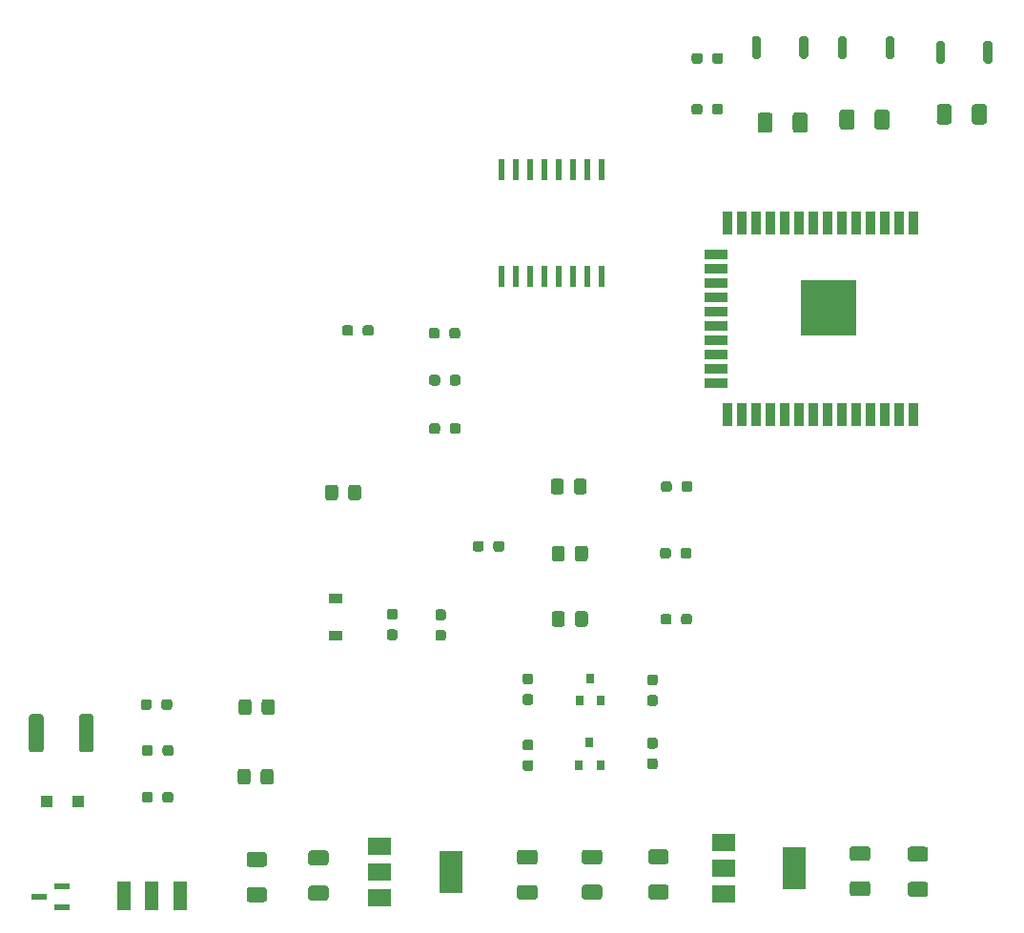
<source format=gbr>
%TF.GenerationSoftware,KiCad,Pcbnew,(5.1.10)-1*%
%TF.CreationDate,2022-05-26T21:18:39-05:00*%
%TF.ProjectId,SE,53452e6b-6963-4616-945f-706362585858,rev?*%
%TF.SameCoordinates,Original*%
%TF.FileFunction,Paste,Top*%
%TF.FilePolarity,Positive*%
%FSLAX46Y46*%
G04 Gerber Fmt 4.6, Leading zero omitted, Abs format (unit mm)*
G04 Created by KiCad (PCBNEW (5.1.10)-1) date 2022-05-26 21:18:39*
%MOMM*%
%LPD*%
G01*
G04 APERTURE LIST*
%ADD10R,1.320800X0.558800*%
%ADD11R,2.000000X1.500000*%
%ADD12R,2.000000X3.800000*%
%ADD13R,0.568000X1.874000*%
%ADD14R,0.900000X2.000000*%
%ADD15R,2.000000X0.900000*%
%ADD16R,5.000000X5.000000*%
%ADD17R,1.250000X2.500000*%
%ADD18R,0.800000X0.900000*%
%ADD19R,1.100000X1.100000*%
%ADD20R,1.200000X0.900000*%
G04 APERTURE END LIST*
%TO.C,D8*%
G36*
G01*
X145000000Y-126519999D02*
X145000000Y-127420001D01*
G75*
G02*
X144750001Y-127670000I-249999J0D01*
G01*
X144099999Y-127670000D01*
G75*
G02*
X143850000Y-127420001I0J249999D01*
G01*
X143850000Y-126519999D01*
G75*
G02*
X144099999Y-126270000I249999J0D01*
G01*
X144750001Y-126270000D01*
G75*
G02*
X145000000Y-126519999I0J-249999D01*
G01*
G37*
G36*
G01*
X147050000Y-126519999D02*
X147050000Y-127420001D01*
G75*
G02*
X146800001Y-127670000I-249999J0D01*
G01*
X146149999Y-127670000D01*
G75*
G02*
X145900000Y-127420001I0J249999D01*
G01*
X145900000Y-126519999D01*
G75*
G02*
X146149999Y-126270000I249999J0D01*
G01*
X146800001Y-126270000D01*
G75*
G02*
X147050000Y-126519999I0J-249999D01*
G01*
G37*
%TD*%
%TO.C,D7*%
G36*
G01*
X144910000Y-132709999D02*
X144910000Y-133610001D01*
G75*
G02*
X144660001Y-133860000I-249999J0D01*
G01*
X144009999Y-133860000D01*
G75*
G02*
X143760000Y-133610001I0J249999D01*
G01*
X143760000Y-132709999D01*
G75*
G02*
X144009999Y-132460000I249999J0D01*
G01*
X144660001Y-132460000D01*
G75*
G02*
X144910000Y-132709999I0J-249999D01*
G01*
G37*
G36*
G01*
X146960000Y-132709999D02*
X146960000Y-133610001D01*
G75*
G02*
X146710001Y-133860000I-249999J0D01*
G01*
X146059999Y-133860000D01*
G75*
G02*
X145810000Y-133610001I0J249999D01*
G01*
X145810000Y-132709999D01*
G75*
G02*
X146059999Y-132460000I249999J0D01*
G01*
X146710001Y-132460000D01*
G75*
G02*
X146960000Y-132709999I0J-249999D01*
G01*
G37*
%TD*%
%TO.C,D4*%
G36*
G01*
X153580000Y-108360001D02*
X153580000Y-107459999D01*
G75*
G02*
X153829999Y-107210000I249999J0D01*
G01*
X154480001Y-107210000D01*
G75*
G02*
X154730000Y-107459999I0J-249999D01*
G01*
X154730000Y-108360001D01*
G75*
G02*
X154480001Y-108610000I-249999J0D01*
G01*
X153829999Y-108610000D01*
G75*
G02*
X153580000Y-108360001I0J249999D01*
G01*
G37*
G36*
G01*
X151530000Y-108360001D02*
X151530000Y-107459999D01*
G75*
G02*
X151779999Y-107210000I249999J0D01*
G01*
X152430001Y-107210000D01*
G75*
G02*
X152680000Y-107459999I0J-249999D01*
G01*
X152680000Y-108360001D01*
G75*
G02*
X152430001Y-108610000I-249999J0D01*
G01*
X151779999Y-108610000D01*
G75*
G02*
X151530000Y-108360001I0J249999D01*
G01*
G37*
%TD*%
%TO.C,D3*%
G36*
G01*
X173710000Y-119590001D02*
X173710000Y-118689999D01*
G75*
G02*
X173959999Y-118440000I249999J0D01*
G01*
X174610001Y-118440000D01*
G75*
G02*
X174860000Y-118689999I0J-249999D01*
G01*
X174860000Y-119590001D01*
G75*
G02*
X174610001Y-119840000I-249999J0D01*
G01*
X173959999Y-119840000D01*
G75*
G02*
X173710000Y-119590001I0J249999D01*
G01*
G37*
G36*
G01*
X171660000Y-119590001D02*
X171660000Y-118689999D01*
G75*
G02*
X171909999Y-118440000I249999J0D01*
G01*
X172560001Y-118440000D01*
G75*
G02*
X172810000Y-118689999I0J-249999D01*
G01*
X172810000Y-119590001D01*
G75*
G02*
X172560001Y-119840000I-249999J0D01*
G01*
X171909999Y-119840000D01*
G75*
G02*
X171660000Y-119590001I0J249999D01*
G01*
G37*
%TD*%
%TO.C,D2*%
G36*
G01*
X173710000Y-113780001D02*
X173710000Y-112879999D01*
G75*
G02*
X173959999Y-112630000I249999J0D01*
G01*
X174610001Y-112630000D01*
G75*
G02*
X174860000Y-112879999I0J-249999D01*
G01*
X174860000Y-113780001D01*
G75*
G02*
X174610001Y-114030000I-249999J0D01*
G01*
X173959999Y-114030000D01*
G75*
G02*
X173710000Y-113780001I0J249999D01*
G01*
G37*
G36*
G01*
X171660000Y-113780001D02*
X171660000Y-112879999D01*
G75*
G02*
X171909999Y-112630000I249999J0D01*
G01*
X172560001Y-112630000D01*
G75*
G02*
X172810000Y-112879999I0J-249999D01*
G01*
X172810000Y-113780001D01*
G75*
G02*
X172560001Y-114030000I-249999J0D01*
G01*
X171909999Y-114030000D01*
G75*
G02*
X171660000Y-113780001I0J249999D01*
G01*
G37*
%TD*%
%TO.C,D1*%
G36*
G01*
X173620000Y-107830001D02*
X173620000Y-106929999D01*
G75*
G02*
X173869999Y-106680000I249999J0D01*
G01*
X174520001Y-106680000D01*
G75*
G02*
X174770000Y-106929999I0J-249999D01*
G01*
X174770000Y-107830001D01*
G75*
G02*
X174520001Y-108080000I-249999J0D01*
G01*
X173869999Y-108080000D01*
G75*
G02*
X173620000Y-107830001I0J249999D01*
G01*
G37*
G36*
G01*
X171570000Y-107830001D02*
X171570000Y-106929999D01*
G75*
G02*
X171819999Y-106680000I249999J0D01*
G01*
X172470001Y-106680000D01*
G75*
G02*
X172720000Y-106929999I0J-249999D01*
G01*
X172720000Y-107830001D01*
G75*
G02*
X172470001Y-108080000I-249999J0D01*
G01*
X171819999Y-108080000D01*
G75*
G02*
X171570000Y-107830001I0J249999D01*
G01*
G37*
%TD*%
%TO.C,C10*%
G36*
G01*
X204820001Y-140700000D02*
X203519999Y-140700000D01*
G75*
G02*
X203270000Y-140450001I0J249999D01*
G01*
X203270000Y-139624999D01*
G75*
G02*
X203519999Y-139375000I249999J0D01*
G01*
X204820001Y-139375000D01*
G75*
G02*
X205070000Y-139624999I0J-249999D01*
G01*
X205070000Y-140450001D01*
G75*
G02*
X204820001Y-140700000I-249999J0D01*
G01*
G37*
G36*
G01*
X204820001Y-143825000D02*
X203519999Y-143825000D01*
G75*
G02*
X203270000Y-143575001I0J249999D01*
G01*
X203270000Y-142749999D01*
G75*
G02*
X203519999Y-142500000I249999J0D01*
G01*
X204820001Y-142500000D01*
G75*
G02*
X205070000Y-142749999I0J-249999D01*
G01*
X205070000Y-143575001D01*
G75*
G02*
X204820001Y-143825000I-249999J0D01*
G01*
G37*
%TD*%
%TO.C,C9*%
G36*
G01*
X199680001Y-140640000D02*
X198379999Y-140640000D01*
G75*
G02*
X198130000Y-140390001I0J249999D01*
G01*
X198130000Y-139564999D01*
G75*
G02*
X198379999Y-139315000I249999J0D01*
G01*
X199680001Y-139315000D01*
G75*
G02*
X199930000Y-139564999I0J-249999D01*
G01*
X199930000Y-140390001D01*
G75*
G02*
X199680001Y-140640000I-249999J0D01*
G01*
G37*
G36*
G01*
X199680001Y-143765000D02*
X198379999Y-143765000D01*
G75*
G02*
X198130000Y-143515001I0J249999D01*
G01*
X198130000Y-142689999D01*
G75*
G02*
X198379999Y-142440000I249999J0D01*
G01*
X199680001Y-142440000D01*
G75*
G02*
X199930000Y-142689999I0J-249999D01*
G01*
X199930000Y-143515001D01*
G75*
G02*
X199680001Y-143765000I-249999J0D01*
G01*
G37*
%TD*%
%TO.C,C8*%
G36*
G01*
X175880001Y-140960000D02*
X174579999Y-140960000D01*
G75*
G02*
X174330000Y-140710001I0J249999D01*
G01*
X174330000Y-139884999D01*
G75*
G02*
X174579999Y-139635000I249999J0D01*
G01*
X175880001Y-139635000D01*
G75*
G02*
X176130000Y-139884999I0J-249999D01*
G01*
X176130000Y-140710001D01*
G75*
G02*
X175880001Y-140960000I-249999J0D01*
G01*
G37*
G36*
G01*
X175880001Y-144085000D02*
X174579999Y-144085000D01*
G75*
G02*
X174330000Y-143835001I0J249999D01*
G01*
X174330000Y-143009999D01*
G75*
G02*
X174579999Y-142760000I249999J0D01*
G01*
X175880001Y-142760000D01*
G75*
G02*
X176130000Y-143009999I0J-249999D01*
G01*
X176130000Y-143835001D01*
G75*
G02*
X175880001Y-144085000I-249999J0D01*
G01*
G37*
%TD*%
%TO.C,C7*%
G36*
G01*
X181780001Y-140940000D02*
X180479999Y-140940000D01*
G75*
G02*
X180230000Y-140690001I0J249999D01*
G01*
X180230000Y-139864999D01*
G75*
G02*
X180479999Y-139615000I249999J0D01*
G01*
X181780001Y-139615000D01*
G75*
G02*
X182030000Y-139864999I0J-249999D01*
G01*
X182030000Y-140690001D01*
G75*
G02*
X181780001Y-140940000I-249999J0D01*
G01*
G37*
G36*
G01*
X181780001Y-144065000D02*
X180479999Y-144065000D01*
G75*
G02*
X180230000Y-143815001I0J249999D01*
G01*
X180230000Y-142989999D01*
G75*
G02*
X180479999Y-142740000I249999J0D01*
G01*
X181780001Y-142740000D01*
G75*
G02*
X182030000Y-142989999I0J-249999D01*
G01*
X182030000Y-143815001D01*
G75*
G02*
X181780001Y-144065000I-249999J0D01*
G01*
G37*
%TD*%
%TO.C,C6*%
G36*
G01*
X170130001Y-140970000D02*
X168829999Y-140970000D01*
G75*
G02*
X168580000Y-140720001I0J249999D01*
G01*
X168580000Y-139894999D01*
G75*
G02*
X168829999Y-139645000I249999J0D01*
G01*
X170130001Y-139645000D01*
G75*
G02*
X170380000Y-139894999I0J-249999D01*
G01*
X170380000Y-140720001D01*
G75*
G02*
X170130001Y-140970000I-249999J0D01*
G01*
G37*
G36*
G01*
X170130001Y-144095000D02*
X168829999Y-144095000D01*
G75*
G02*
X168580000Y-143845001I0J249999D01*
G01*
X168580000Y-143019999D01*
G75*
G02*
X168829999Y-142770000I249999J0D01*
G01*
X170130001Y-142770000D01*
G75*
G02*
X170380000Y-143019999I0J-249999D01*
G01*
X170380000Y-143845001D01*
G75*
G02*
X170130001Y-144095000I-249999J0D01*
G01*
G37*
%TD*%
%TO.C,C5*%
G36*
G01*
X146110001Y-141170000D02*
X144809999Y-141170000D01*
G75*
G02*
X144560000Y-140920001I0J249999D01*
G01*
X144560000Y-140094999D01*
G75*
G02*
X144809999Y-139845000I249999J0D01*
G01*
X146110001Y-139845000D01*
G75*
G02*
X146360000Y-140094999I0J-249999D01*
G01*
X146360000Y-140920001D01*
G75*
G02*
X146110001Y-141170000I-249999J0D01*
G01*
G37*
G36*
G01*
X146110001Y-144295000D02*
X144809999Y-144295000D01*
G75*
G02*
X144560000Y-144045001I0J249999D01*
G01*
X144560000Y-143219999D01*
G75*
G02*
X144809999Y-142970000I249999J0D01*
G01*
X146110001Y-142970000D01*
G75*
G02*
X146360000Y-143219999I0J-249999D01*
G01*
X146360000Y-144045001D01*
G75*
G02*
X146110001Y-144295000I-249999J0D01*
G01*
G37*
%TD*%
%TO.C,C4*%
G36*
G01*
X151580001Y-141040000D02*
X150279999Y-141040000D01*
G75*
G02*
X150030000Y-140790001I0J249999D01*
G01*
X150030000Y-139964999D01*
G75*
G02*
X150279999Y-139715000I249999J0D01*
G01*
X151580001Y-139715000D01*
G75*
G02*
X151830000Y-139964999I0J-249999D01*
G01*
X151830000Y-140790001D01*
G75*
G02*
X151580001Y-141040000I-249999J0D01*
G01*
G37*
G36*
G01*
X151580001Y-144165000D02*
X150279999Y-144165000D01*
G75*
G02*
X150030000Y-143915001I0J249999D01*
G01*
X150030000Y-143089999D01*
G75*
G02*
X150279999Y-142840000I249999J0D01*
G01*
X151580001Y-142840000D01*
G75*
G02*
X151830000Y-143089999I0J-249999D01*
G01*
X151830000Y-143915001D01*
G75*
G02*
X151580001Y-144165000I-249999J0D01*
G01*
G37*
%TD*%
%TO.C,C3*%
G36*
G01*
X198530000Y-74129999D02*
X198530000Y-75430001D01*
G75*
G02*
X198280001Y-75680000I-249999J0D01*
G01*
X197454999Y-75680000D01*
G75*
G02*
X197205000Y-75430001I0J249999D01*
G01*
X197205000Y-74129999D01*
G75*
G02*
X197454999Y-73880000I249999J0D01*
G01*
X198280001Y-73880000D01*
G75*
G02*
X198530000Y-74129999I0J-249999D01*
G01*
G37*
G36*
G01*
X201655000Y-74129999D02*
X201655000Y-75430001D01*
G75*
G02*
X201405001Y-75680000I-249999J0D01*
G01*
X200579999Y-75680000D01*
G75*
G02*
X200330000Y-75430001I0J249999D01*
G01*
X200330000Y-74129999D01*
G75*
G02*
X200579999Y-73880000I249999J0D01*
G01*
X201405001Y-73880000D01*
G75*
G02*
X201655000Y-74129999I0J-249999D01*
G01*
G37*
%TD*%
%TO.C,C2*%
G36*
G01*
X207170000Y-73649999D02*
X207170000Y-74950001D01*
G75*
G02*
X206920001Y-75200000I-249999J0D01*
G01*
X206094999Y-75200000D01*
G75*
G02*
X205845000Y-74950001I0J249999D01*
G01*
X205845000Y-73649999D01*
G75*
G02*
X206094999Y-73400000I249999J0D01*
G01*
X206920001Y-73400000D01*
G75*
G02*
X207170000Y-73649999I0J-249999D01*
G01*
G37*
G36*
G01*
X210295000Y-73649999D02*
X210295000Y-74950001D01*
G75*
G02*
X210045001Y-75200000I-249999J0D01*
G01*
X209219999Y-75200000D01*
G75*
G02*
X208970000Y-74950001I0J249999D01*
G01*
X208970000Y-73649999D01*
G75*
G02*
X209219999Y-73400000I249999J0D01*
G01*
X210045001Y-73400000D01*
G75*
G02*
X210295000Y-73649999I0J-249999D01*
G01*
G37*
%TD*%
%TO.C,C1*%
G36*
G01*
X193060000Y-75700001D02*
X193060000Y-74399999D01*
G75*
G02*
X193309999Y-74150000I249999J0D01*
G01*
X194135001Y-74150000D01*
G75*
G02*
X194385000Y-74399999I0J-249999D01*
G01*
X194385000Y-75700001D01*
G75*
G02*
X194135001Y-75950000I-249999J0D01*
G01*
X193309999Y-75950000D01*
G75*
G02*
X193060000Y-75700001I0J249999D01*
G01*
G37*
G36*
G01*
X189935000Y-75700001D02*
X189935000Y-74399999D01*
G75*
G02*
X190184999Y-74150000I249999J0D01*
G01*
X191010001Y-74150000D01*
G75*
G02*
X191260000Y-74399999I0J-249999D01*
G01*
X191260000Y-75700001D01*
G75*
G02*
X191010001Y-75950000I-249999J0D01*
G01*
X190184999Y-75950000D01*
G75*
G02*
X189935000Y-75700001I0J249999D01*
G01*
G37*
%TD*%
D10*
%TO.C,U7*%
X126104000Y-143820000D03*
X128136000Y-142854800D03*
X128136000Y-144785200D03*
%TD*%
D11*
%TO.C,U6*%
X186920000Y-138960000D03*
X186920000Y-143560000D03*
X186920000Y-141260000D03*
D12*
X193220000Y-141260000D03*
%TD*%
D11*
%TO.C,U5*%
X156370000Y-139330000D03*
X156370000Y-143930000D03*
X156370000Y-141630000D03*
D12*
X162670000Y-141630000D03*
%TD*%
D13*
%TO.C,U4*%
X167205000Y-79195700D03*
X168475000Y-79195700D03*
X169745000Y-79195700D03*
X171015000Y-79195700D03*
X172285000Y-79195700D03*
X173555000Y-79195700D03*
X174825000Y-79195700D03*
X176095000Y-79195700D03*
X176095000Y-88664300D03*
X174825000Y-88664300D03*
X173555000Y-88664300D03*
X172285000Y-88664300D03*
X171015000Y-88664300D03*
X169745000Y-88664300D03*
X168475000Y-88664300D03*
X167205000Y-88664300D03*
%TD*%
D14*
%TO.C,U1*%
X203735000Y-100960000D03*
X202465000Y-100960000D03*
X201195000Y-100960000D03*
X199925000Y-100960000D03*
X198655000Y-100960000D03*
X197385000Y-100960000D03*
X196115000Y-100960000D03*
X194845000Y-100960000D03*
X193575000Y-100960000D03*
X192305000Y-100960000D03*
X191035000Y-100960000D03*
X189765000Y-100960000D03*
X188495000Y-100960000D03*
X187225000Y-100960000D03*
D15*
X186225000Y-98175000D03*
X186225000Y-96905000D03*
X186225000Y-95635000D03*
X186225000Y-94365000D03*
X186225000Y-93095000D03*
X186225000Y-91825000D03*
X186225000Y-90555000D03*
X186225000Y-89285000D03*
X186225000Y-88015000D03*
X186225000Y-86745000D03*
D14*
X187225000Y-83960000D03*
X188495000Y-83960000D03*
X189765000Y-83960000D03*
X191035000Y-83960000D03*
X192305000Y-83960000D03*
X193575000Y-83960000D03*
X194845000Y-83960000D03*
X196115000Y-83960000D03*
X197385000Y-83960000D03*
X198655000Y-83960000D03*
X199925000Y-83960000D03*
X201195000Y-83960000D03*
X202465000Y-83960000D03*
X203735000Y-83960000D03*
D16*
X196235000Y-91460000D03*
%TD*%
D17*
%TO.C,SW4*%
X138630000Y-143720000D03*
X136130000Y-143720000D03*
X133630000Y-143720000D03*
%TD*%
%TO.C,SW3*%
G36*
G01*
X210780000Y-67990000D02*
X210780000Y-69590000D01*
G75*
G02*
X210580000Y-69790000I-200000J0D01*
G01*
X210180000Y-69790000D01*
G75*
G02*
X209980000Y-69590000I0J200000D01*
G01*
X209980000Y-67990000D01*
G75*
G02*
X210180000Y-67790000I200000J0D01*
G01*
X210580000Y-67790000D01*
G75*
G02*
X210780000Y-67990000I0J-200000D01*
G01*
G37*
G36*
G01*
X206580000Y-67990000D02*
X206580000Y-69590000D01*
G75*
G02*
X206380000Y-69790000I-200000J0D01*
G01*
X205980000Y-69790000D01*
G75*
G02*
X205780000Y-69590000I0J200000D01*
G01*
X205780000Y-67990000D01*
G75*
G02*
X205980000Y-67790000I200000J0D01*
G01*
X206380000Y-67790000D01*
G75*
G02*
X206580000Y-67990000I0J-200000D01*
G01*
G37*
%TD*%
%TO.C,SW2*%
G36*
G01*
X189430000Y-69160000D02*
X189430000Y-67560000D01*
G75*
G02*
X189630000Y-67360000I200000J0D01*
G01*
X190030000Y-67360000D01*
G75*
G02*
X190230000Y-67560000I0J-200000D01*
G01*
X190230000Y-69160000D01*
G75*
G02*
X190030000Y-69360000I-200000J0D01*
G01*
X189630000Y-69360000D01*
G75*
G02*
X189430000Y-69160000I0J200000D01*
G01*
G37*
G36*
G01*
X193630000Y-69160000D02*
X193630000Y-67560000D01*
G75*
G02*
X193830000Y-67360000I200000J0D01*
G01*
X194230000Y-67360000D01*
G75*
G02*
X194430000Y-67560000I0J-200000D01*
G01*
X194430000Y-69160000D01*
G75*
G02*
X194230000Y-69360000I-200000J0D01*
G01*
X193830000Y-69360000D01*
G75*
G02*
X193630000Y-69160000I0J200000D01*
G01*
G37*
%TD*%
%TO.C,SW1*%
G36*
G01*
X197080000Y-69190000D02*
X197080000Y-67590000D01*
G75*
G02*
X197280000Y-67390000I200000J0D01*
G01*
X197680000Y-67390000D01*
G75*
G02*
X197880000Y-67590000I0J-200000D01*
G01*
X197880000Y-69190000D01*
G75*
G02*
X197680000Y-69390000I-200000J0D01*
G01*
X197280000Y-69390000D01*
G75*
G02*
X197080000Y-69190000I0J200000D01*
G01*
G37*
G36*
G01*
X201280000Y-69190000D02*
X201280000Y-67590000D01*
G75*
G02*
X201480000Y-67390000I200000J0D01*
G01*
X201880000Y-67390000D01*
G75*
G02*
X202080000Y-67590000I0J-200000D01*
G01*
X202080000Y-69190000D01*
G75*
G02*
X201880000Y-69390000I-200000J0D01*
G01*
X201480000Y-69390000D01*
G75*
G02*
X201280000Y-69190000I0J200000D01*
G01*
G37*
%TD*%
%TO.C,R19*%
G36*
G01*
X162027500Y-119262500D02*
X161552500Y-119262500D01*
G75*
G02*
X161315000Y-119025000I0J237500D01*
G01*
X161315000Y-118525000D01*
G75*
G02*
X161552500Y-118287500I237500J0D01*
G01*
X162027500Y-118287500D01*
G75*
G02*
X162265000Y-118525000I0J-237500D01*
G01*
X162265000Y-119025000D01*
G75*
G02*
X162027500Y-119262500I-237500J0D01*
G01*
G37*
G36*
G01*
X162027500Y-121087500D02*
X161552500Y-121087500D01*
G75*
G02*
X161315000Y-120850000I0J237500D01*
G01*
X161315000Y-120350000D01*
G75*
G02*
X161552500Y-120112500I237500J0D01*
G01*
X162027500Y-120112500D01*
G75*
G02*
X162265000Y-120350000I0J-237500D01*
G01*
X162265000Y-120850000D01*
G75*
G02*
X162027500Y-121087500I-237500J0D01*
G01*
G37*
%TD*%
%TO.C,R18*%
G36*
G01*
X157252500Y-120065000D02*
X157727500Y-120065000D01*
G75*
G02*
X157965000Y-120302500I0J-237500D01*
G01*
X157965000Y-120802500D01*
G75*
G02*
X157727500Y-121040000I-237500J0D01*
G01*
X157252500Y-121040000D01*
G75*
G02*
X157015000Y-120802500I0J237500D01*
G01*
X157015000Y-120302500D01*
G75*
G02*
X157252500Y-120065000I237500J0D01*
G01*
G37*
G36*
G01*
X157252500Y-118240000D02*
X157727500Y-118240000D01*
G75*
G02*
X157965000Y-118477500I0J-237500D01*
G01*
X157965000Y-118977500D01*
G75*
G02*
X157727500Y-119215000I-237500J0D01*
G01*
X157252500Y-119215000D01*
G75*
G02*
X157015000Y-118977500I0J237500D01*
G01*
X157015000Y-118477500D01*
G75*
G02*
X157252500Y-118240000I237500J0D01*
G01*
G37*
%TD*%
%TO.C,R17*%
G36*
G01*
X136975000Y-126987500D02*
X136975000Y-126512500D01*
G75*
G02*
X137212500Y-126275000I237500J0D01*
G01*
X137712500Y-126275000D01*
G75*
G02*
X137950000Y-126512500I0J-237500D01*
G01*
X137950000Y-126987500D01*
G75*
G02*
X137712500Y-127225000I-237500J0D01*
G01*
X137212500Y-127225000D01*
G75*
G02*
X136975000Y-126987500I0J237500D01*
G01*
G37*
G36*
G01*
X135150000Y-126987500D02*
X135150000Y-126512500D01*
G75*
G02*
X135387500Y-126275000I237500J0D01*
G01*
X135887500Y-126275000D01*
G75*
G02*
X136125000Y-126512500I0J-237500D01*
G01*
X136125000Y-126987500D01*
G75*
G02*
X135887500Y-127225000I-237500J0D01*
G01*
X135387500Y-127225000D01*
G75*
G02*
X135150000Y-126987500I0J237500D01*
G01*
G37*
%TD*%
%TO.C,R16*%
G36*
G01*
X137095000Y-131067500D02*
X137095000Y-130592500D01*
G75*
G02*
X137332500Y-130355000I237500J0D01*
G01*
X137832500Y-130355000D01*
G75*
G02*
X138070000Y-130592500I0J-237500D01*
G01*
X138070000Y-131067500D01*
G75*
G02*
X137832500Y-131305000I-237500J0D01*
G01*
X137332500Y-131305000D01*
G75*
G02*
X137095000Y-131067500I0J237500D01*
G01*
G37*
G36*
G01*
X135270000Y-131067500D02*
X135270000Y-130592500D01*
G75*
G02*
X135507500Y-130355000I237500J0D01*
G01*
X136007500Y-130355000D01*
G75*
G02*
X136245000Y-130592500I0J-237500D01*
G01*
X136245000Y-131067500D01*
G75*
G02*
X136007500Y-131305000I-237500J0D01*
G01*
X135507500Y-131305000D01*
G75*
G02*
X135270000Y-131067500I0J237500D01*
G01*
G37*
%TD*%
%TO.C,R15*%
G36*
G01*
X137082500Y-135217500D02*
X137082500Y-134742500D01*
G75*
G02*
X137320000Y-134505000I237500J0D01*
G01*
X137820000Y-134505000D01*
G75*
G02*
X138057500Y-134742500I0J-237500D01*
G01*
X138057500Y-135217500D01*
G75*
G02*
X137820000Y-135455000I-237500J0D01*
G01*
X137320000Y-135455000D01*
G75*
G02*
X137082500Y-135217500I0J237500D01*
G01*
G37*
G36*
G01*
X135257500Y-135217500D02*
X135257500Y-134742500D01*
G75*
G02*
X135495000Y-134505000I237500J0D01*
G01*
X135995000Y-134505000D01*
G75*
G02*
X136232500Y-134742500I0J-237500D01*
G01*
X136232500Y-135217500D01*
G75*
G02*
X135995000Y-135455000I-237500J0D01*
G01*
X135495000Y-135455000D01*
G75*
G02*
X135257500Y-135217500I0J237500D01*
G01*
G37*
%TD*%
%TO.C,R14*%
G36*
G01*
X165615000Y-112442500D02*
X165615000Y-112917500D01*
G75*
G02*
X165377500Y-113155000I-237500J0D01*
G01*
X164877500Y-113155000D01*
G75*
G02*
X164640000Y-112917500I0J237500D01*
G01*
X164640000Y-112442500D01*
G75*
G02*
X164877500Y-112205000I237500J0D01*
G01*
X165377500Y-112205000D01*
G75*
G02*
X165615000Y-112442500I0J-237500D01*
G01*
G37*
G36*
G01*
X167440000Y-112442500D02*
X167440000Y-112917500D01*
G75*
G02*
X167202500Y-113155000I-237500J0D01*
G01*
X166702500Y-113155000D01*
G75*
G02*
X166465000Y-112917500I0J237500D01*
G01*
X166465000Y-112442500D01*
G75*
G02*
X166702500Y-112205000I237500J0D01*
G01*
X167202500Y-112205000D01*
G75*
G02*
X167440000Y-112442500I0J-237500D01*
G01*
G37*
%TD*%
%TO.C,R13*%
G36*
G01*
X185895000Y-74087500D02*
X185895000Y-73612500D01*
G75*
G02*
X186132500Y-73375000I237500J0D01*
G01*
X186632500Y-73375000D01*
G75*
G02*
X186870000Y-73612500I0J-237500D01*
G01*
X186870000Y-74087500D01*
G75*
G02*
X186632500Y-74325000I-237500J0D01*
G01*
X186132500Y-74325000D01*
G75*
G02*
X185895000Y-74087500I0J237500D01*
G01*
G37*
G36*
G01*
X184070000Y-74087500D02*
X184070000Y-73612500D01*
G75*
G02*
X184307500Y-73375000I237500J0D01*
G01*
X184807500Y-73375000D01*
G75*
G02*
X185045000Y-73612500I0J-237500D01*
G01*
X185045000Y-74087500D01*
G75*
G02*
X184807500Y-74325000I-237500J0D01*
G01*
X184307500Y-74325000D01*
G75*
G02*
X184070000Y-74087500I0J237500D01*
G01*
G37*
%TD*%
%TO.C,R12*%
G36*
G01*
X183145000Y-119397500D02*
X183145000Y-118922500D01*
G75*
G02*
X183382500Y-118685000I237500J0D01*
G01*
X183882500Y-118685000D01*
G75*
G02*
X184120000Y-118922500I0J-237500D01*
G01*
X184120000Y-119397500D01*
G75*
G02*
X183882500Y-119635000I-237500J0D01*
G01*
X183382500Y-119635000D01*
G75*
G02*
X183145000Y-119397500I0J237500D01*
G01*
G37*
G36*
G01*
X181320000Y-119397500D02*
X181320000Y-118922500D01*
G75*
G02*
X181557500Y-118685000I237500J0D01*
G01*
X182057500Y-118685000D01*
G75*
G02*
X182295000Y-118922500I0J-237500D01*
G01*
X182295000Y-119397500D01*
G75*
G02*
X182057500Y-119635000I-237500J0D01*
G01*
X181557500Y-119635000D01*
G75*
G02*
X181320000Y-119397500I0J237500D01*
G01*
G37*
%TD*%
%TO.C,R11*%
G36*
G01*
X183085000Y-113537500D02*
X183085000Y-113062500D01*
G75*
G02*
X183322500Y-112825000I237500J0D01*
G01*
X183822500Y-112825000D01*
G75*
G02*
X184060000Y-113062500I0J-237500D01*
G01*
X184060000Y-113537500D01*
G75*
G02*
X183822500Y-113775000I-237500J0D01*
G01*
X183322500Y-113775000D01*
G75*
G02*
X183085000Y-113537500I0J237500D01*
G01*
G37*
G36*
G01*
X181260000Y-113537500D02*
X181260000Y-113062500D01*
G75*
G02*
X181497500Y-112825000I237500J0D01*
G01*
X181997500Y-112825000D01*
G75*
G02*
X182235000Y-113062500I0J-237500D01*
G01*
X182235000Y-113537500D01*
G75*
G02*
X181997500Y-113775000I-237500J0D01*
G01*
X181497500Y-113775000D01*
G75*
G02*
X181260000Y-113537500I0J237500D01*
G01*
G37*
%TD*%
%TO.C,R10*%
G36*
G01*
X180362500Y-125895000D02*
X180837500Y-125895000D01*
G75*
G02*
X181075000Y-126132500I0J-237500D01*
G01*
X181075000Y-126632500D01*
G75*
G02*
X180837500Y-126870000I-237500J0D01*
G01*
X180362500Y-126870000D01*
G75*
G02*
X180125000Y-126632500I0J237500D01*
G01*
X180125000Y-126132500D01*
G75*
G02*
X180362500Y-125895000I237500J0D01*
G01*
G37*
G36*
G01*
X180362500Y-124070000D02*
X180837500Y-124070000D01*
G75*
G02*
X181075000Y-124307500I0J-237500D01*
G01*
X181075000Y-124807500D01*
G75*
G02*
X180837500Y-125045000I-237500J0D01*
G01*
X180362500Y-125045000D01*
G75*
G02*
X180125000Y-124807500I0J237500D01*
G01*
X180125000Y-124307500D01*
G75*
G02*
X180362500Y-124070000I237500J0D01*
G01*
G37*
%TD*%
%TO.C,R9*%
G36*
G01*
X180352500Y-131515000D02*
X180827500Y-131515000D01*
G75*
G02*
X181065000Y-131752500I0J-237500D01*
G01*
X181065000Y-132252500D01*
G75*
G02*
X180827500Y-132490000I-237500J0D01*
G01*
X180352500Y-132490000D01*
G75*
G02*
X180115000Y-132252500I0J237500D01*
G01*
X180115000Y-131752500D01*
G75*
G02*
X180352500Y-131515000I237500J0D01*
G01*
G37*
G36*
G01*
X180352500Y-129690000D02*
X180827500Y-129690000D01*
G75*
G02*
X181065000Y-129927500I0J-237500D01*
G01*
X181065000Y-130427500D01*
G75*
G02*
X180827500Y-130665000I-237500J0D01*
G01*
X180352500Y-130665000D01*
G75*
G02*
X180115000Y-130427500I0J237500D01*
G01*
X180115000Y-129927500D01*
G75*
G02*
X180352500Y-129690000I237500J0D01*
G01*
G37*
%TD*%
%TO.C,R8*%
G36*
G01*
X154865000Y-93757500D02*
X154865000Y-93282500D01*
G75*
G02*
X155102500Y-93045000I237500J0D01*
G01*
X155602500Y-93045000D01*
G75*
G02*
X155840000Y-93282500I0J-237500D01*
G01*
X155840000Y-93757500D01*
G75*
G02*
X155602500Y-93995000I-237500J0D01*
G01*
X155102500Y-93995000D01*
G75*
G02*
X154865000Y-93757500I0J237500D01*
G01*
G37*
G36*
G01*
X153040000Y-93757500D02*
X153040000Y-93282500D01*
G75*
G02*
X153277500Y-93045000I237500J0D01*
G01*
X153777500Y-93045000D01*
G75*
G02*
X154015000Y-93282500I0J-237500D01*
G01*
X154015000Y-93757500D01*
G75*
G02*
X153777500Y-93995000I-237500J0D01*
G01*
X153277500Y-93995000D01*
G75*
G02*
X153040000Y-93757500I0J237500D01*
G01*
G37*
%TD*%
%TO.C,R7*%
G36*
G01*
X162585000Y-102457500D02*
X162585000Y-101982500D01*
G75*
G02*
X162822500Y-101745000I237500J0D01*
G01*
X163322500Y-101745000D01*
G75*
G02*
X163560000Y-101982500I0J-237500D01*
G01*
X163560000Y-102457500D01*
G75*
G02*
X163322500Y-102695000I-237500J0D01*
G01*
X162822500Y-102695000D01*
G75*
G02*
X162585000Y-102457500I0J237500D01*
G01*
G37*
G36*
G01*
X160760000Y-102457500D02*
X160760000Y-101982500D01*
G75*
G02*
X160997500Y-101745000I237500J0D01*
G01*
X161497500Y-101745000D01*
G75*
G02*
X161735000Y-101982500I0J-237500D01*
G01*
X161735000Y-102457500D01*
G75*
G02*
X161497500Y-102695000I-237500J0D01*
G01*
X160997500Y-102695000D01*
G75*
G02*
X160760000Y-102457500I0J237500D01*
G01*
G37*
%TD*%
%TO.C,R6*%
G36*
G01*
X162585000Y-98167500D02*
X162585000Y-97692500D01*
G75*
G02*
X162822500Y-97455000I237500J0D01*
G01*
X163322500Y-97455000D01*
G75*
G02*
X163560000Y-97692500I0J-237500D01*
G01*
X163560000Y-98167500D01*
G75*
G02*
X163322500Y-98405000I-237500J0D01*
G01*
X162822500Y-98405000D01*
G75*
G02*
X162585000Y-98167500I0J237500D01*
G01*
G37*
G36*
G01*
X160760000Y-98167500D02*
X160760000Y-97692500D01*
G75*
G02*
X160997500Y-97455000I237500J0D01*
G01*
X161497500Y-97455000D01*
G75*
G02*
X161735000Y-97692500I0J-237500D01*
G01*
X161735000Y-98167500D01*
G75*
G02*
X161497500Y-98405000I-237500J0D01*
G01*
X160997500Y-98405000D01*
G75*
G02*
X160760000Y-98167500I0J237500D01*
G01*
G37*
%TD*%
%TO.C,R5*%
G36*
G01*
X162545000Y-93987500D02*
X162545000Y-93512500D01*
G75*
G02*
X162782500Y-93275000I237500J0D01*
G01*
X163282500Y-93275000D01*
G75*
G02*
X163520000Y-93512500I0J-237500D01*
G01*
X163520000Y-93987500D01*
G75*
G02*
X163282500Y-94225000I-237500J0D01*
G01*
X162782500Y-94225000D01*
G75*
G02*
X162545000Y-93987500I0J237500D01*
G01*
G37*
G36*
G01*
X160720000Y-93987500D02*
X160720000Y-93512500D01*
G75*
G02*
X160957500Y-93275000I237500J0D01*
G01*
X161457500Y-93275000D01*
G75*
G02*
X161695000Y-93512500I0J-237500D01*
G01*
X161695000Y-93987500D01*
G75*
G02*
X161457500Y-94225000I-237500J0D01*
G01*
X160957500Y-94225000D01*
G75*
G02*
X160720000Y-93987500I0J237500D01*
G01*
G37*
%TD*%
%TO.C,R4*%
G36*
G01*
X169777500Y-124955000D02*
X169302500Y-124955000D01*
G75*
G02*
X169065000Y-124717500I0J237500D01*
G01*
X169065000Y-124217500D01*
G75*
G02*
X169302500Y-123980000I237500J0D01*
G01*
X169777500Y-123980000D01*
G75*
G02*
X170015000Y-124217500I0J-237500D01*
G01*
X170015000Y-124717500D01*
G75*
G02*
X169777500Y-124955000I-237500J0D01*
G01*
G37*
G36*
G01*
X169777500Y-126780000D02*
X169302500Y-126780000D01*
G75*
G02*
X169065000Y-126542500I0J237500D01*
G01*
X169065000Y-126042500D01*
G75*
G02*
X169302500Y-125805000I237500J0D01*
G01*
X169777500Y-125805000D01*
G75*
G02*
X170015000Y-126042500I0J-237500D01*
G01*
X170015000Y-126542500D01*
G75*
G02*
X169777500Y-126780000I-237500J0D01*
G01*
G37*
%TD*%
%TO.C,R3*%
G36*
G01*
X169777500Y-130825000D02*
X169302500Y-130825000D01*
G75*
G02*
X169065000Y-130587500I0J237500D01*
G01*
X169065000Y-130087500D01*
G75*
G02*
X169302500Y-129850000I237500J0D01*
G01*
X169777500Y-129850000D01*
G75*
G02*
X170015000Y-130087500I0J-237500D01*
G01*
X170015000Y-130587500D01*
G75*
G02*
X169777500Y-130825000I-237500J0D01*
G01*
G37*
G36*
G01*
X169777500Y-132650000D02*
X169302500Y-132650000D01*
G75*
G02*
X169065000Y-132412500I0J237500D01*
G01*
X169065000Y-131912500D01*
G75*
G02*
X169302500Y-131675000I237500J0D01*
G01*
X169777500Y-131675000D01*
G75*
G02*
X170015000Y-131912500I0J-237500D01*
G01*
X170015000Y-132412500D01*
G75*
G02*
X169777500Y-132650000I-237500J0D01*
G01*
G37*
%TD*%
%TO.C,R2*%
G36*
G01*
X183165000Y-107617500D02*
X183165000Y-107142500D01*
G75*
G02*
X183402500Y-106905000I237500J0D01*
G01*
X183902500Y-106905000D01*
G75*
G02*
X184140000Y-107142500I0J-237500D01*
G01*
X184140000Y-107617500D01*
G75*
G02*
X183902500Y-107855000I-237500J0D01*
G01*
X183402500Y-107855000D01*
G75*
G02*
X183165000Y-107617500I0J237500D01*
G01*
G37*
G36*
G01*
X181340000Y-107617500D02*
X181340000Y-107142500D01*
G75*
G02*
X181577500Y-106905000I237500J0D01*
G01*
X182077500Y-106905000D01*
G75*
G02*
X182315000Y-107142500I0J-237500D01*
G01*
X182315000Y-107617500D01*
G75*
G02*
X182077500Y-107855000I-237500J0D01*
G01*
X181577500Y-107855000D01*
G75*
G02*
X181340000Y-107617500I0J237500D01*
G01*
G37*
%TD*%
%TO.C,R1*%
G36*
G01*
X185902500Y-69577500D02*
X185902500Y-69102500D01*
G75*
G02*
X186140000Y-68865000I237500J0D01*
G01*
X186640000Y-68865000D01*
G75*
G02*
X186877500Y-69102500I0J-237500D01*
G01*
X186877500Y-69577500D01*
G75*
G02*
X186640000Y-69815000I-237500J0D01*
G01*
X186140000Y-69815000D01*
G75*
G02*
X185902500Y-69577500I0J237500D01*
G01*
G37*
G36*
G01*
X184077500Y-69577500D02*
X184077500Y-69102500D01*
G75*
G02*
X184315000Y-68865000I237500J0D01*
G01*
X184815000Y-68865000D01*
G75*
G02*
X185052500Y-69102500I0J-237500D01*
G01*
X185052500Y-69577500D01*
G75*
G02*
X184815000Y-69815000I-237500J0D01*
G01*
X184315000Y-69815000D01*
G75*
G02*
X184077500Y-69577500I0J237500D01*
G01*
G37*
%TD*%
D18*
%TO.C,Q2*%
X175060000Y-124420000D03*
X176010000Y-126420000D03*
X174110000Y-126420000D03*
%TD*%
%TO.C,Q1*%
X175020000Y-130110000D03*
X175970000Y-132110000D03*
X174070000Y-132110000D03*
%TD*%
%TO.C,F1*%
G36*
G01*
X129675000Y-130740000D02*
X129675000Y-127840000D01*
G75*
G02*
X129925000Y-127590000I250000J0D01*
G01*
X130725000Y-127590000D01*
G75*
G02*
X130975000Y-127840000I0J-250000D01*
G01*
X130975000Y-130740000D01*
G75*
G02*
X130725000Y-130990000I-250000J0D01*
G01*
X129925000Y-130990000D01*
G75*
G02*
X129675000Y-130740000I0J250000D01*
G01*
G37*
G36*
G01*
X125225000Y-130740000D02*
X125225000Y-127840000D01*
G75*
G02*
X125475000Y-127590000I250000J0D01*
G01*
X126275000Y-127590000D01*
G75*
G02*
X126525000Y-127840000I0J-250000D01*
G01*
X126525000Y-130740000D01*
G75*
G02*
X126275000Y-130990000I-250000J0D01*
G01*
X125475000Y-130990000D01*
G75*
G02*
X125225000Y-130740000I0J250000D01*
G01*
G37*
%TD*%
D19*
%TO.C,D6*%
X129610000Y-135370000D03*
X126810000Y-135370000D03*
%TD*%
D20*
%TO.C,D5*%
X152440000Y-117310000D03*
X152440000Y-120610000D03*
%TD*%
M02*

</source>
